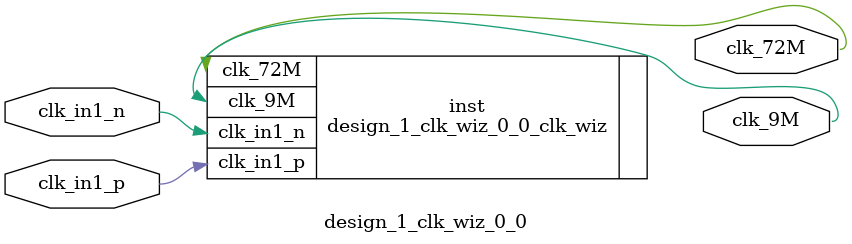
<source format=v>


`timescale 1ps/1ps

(* CORE_GENERATION_INFO = "design_1_clk_wiz_0_0,clk_wiz_v6_0_5_0_0,{component_name=design_1_clk_wiz_0_0,use_phase_alignment=true,use_min_o_jitter=false,use_max_i_jitter=false,use_dyn_phase_shift=false,use_inclk_switchover=false,use_dyn_reconfig=false,enable_axi=0,feedback_source=FDBK_AUTO,PRIMITIVE=MMCM,num_out_clk=2,clkin1_period=13.889,clkin2_period=10.0,use_power_down=false,use_reset=false,use_locked=false,use_inclk_stopped=false,feedback_type=SINGLE,CLOCK_MGR_TYPE=NA,manual_override=false}" *)

module design_1_clk_wiz_0_0 
 (
  // Clock out ports
  output        clk_72M,
  output        clk_9M,
 // Clock in ports
  input         clk_in1_p,
  input         clk_in1_n
 );

  design_1_clk_wiz_0_0_clk_wiz inst
  (
  // Clock out ports  
  .clk_72M(clk_72M),
  .clk_9M(clk_9M),
 // Clock in ports
  .clk_in1_p(clk_in1_p),
  .clk_in1_n(clk_in1_n)
  );

endmodule

</source>
